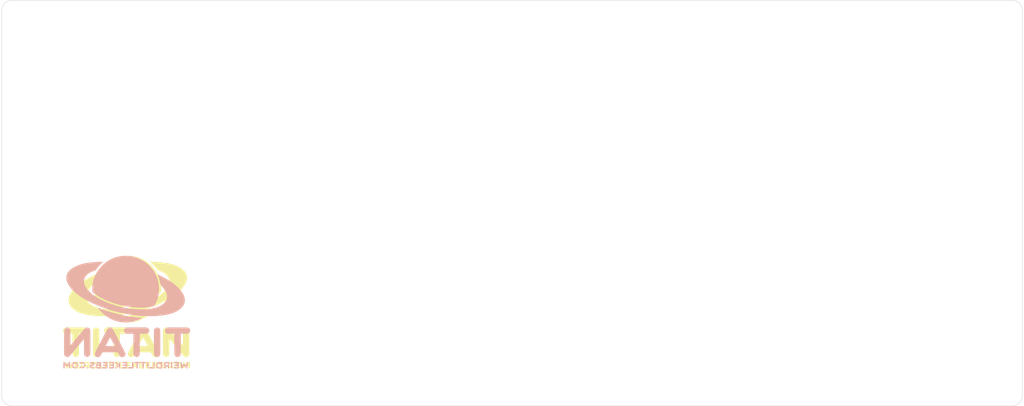
<source format=kicad_pcb>
(kicad_pcb (version 20211014) (generator pcbnew)
  (layers (0 "F.Cu" signal) (31 "B.Cu" signal) (34 "B.Paste" user) (35 "F.Paste" user) (36 "B.SilkS" user "B.Silkscreen") (37 "F.SilkS" user "F.Silkscreen") (38 "B.Mask" user) (39 "F.Mask" user) (44 "Edge.Cuts" user))
  (net 0 "")
  (footprint "MountingHole:MountingHole_2.7mm_M2.5" (layer "F.Cu") (at 151.8412 85.725)
    (fp_text reference "H8")
    (fp_text value "MountingHole")
    (pad "" np_thru_hole circle (at 0 0) (size 2.7 2.7) (drill 2.7) (layers F&B.Cu *.Mask))
  )
  (footprint "MountingHole:MountingHole_2.7mm_M2.5" (layer "F.Cu") (at 271.4625 45.24375)
    (fp_text reference "H5")
    (fp_text value "MountingHole")
    (pad "" np_thru_hole circle (at 0 0) (size 2.7 2.7) (drill 2.7) (layers F&B.Cu *.Mask))
  )
  (footprint "MountingHole:MountingHole_2.7mm_M2.5" (layer "F.Cu") (at 271.4625 88.10625)
    (fp_text reference "H13")
    (fp_text value "MountingHole")
    (pad "" np_thru_hole circle (at 0 0) (size 2.7 2.7) (drill 2.7) (layers F&B.Cu *.Mask))
  )
  (footprint "MountingHole:MountingHole_2.7mm_M2.5" (layer "F.Cu") (at 159.54375 128.5875)
    (fp_text reference "H1")
    (fp_text value "MountingHole")
    (pad "" np_thru_hole circle (at 0 0) (size 2.7 2.7) (drill 2.7) (layers F&B.Cu *.Mask))
  )
  (footprint "MountingHole:MountingHole_2.7mm_M2.5" (layer "F.Cu") (at 64.29375 45.24375)
    (fp_text reference "H4")
    (fp_text value "MountingHole")
    (pad "" np_thru_hole circle (at 0 0) (size 2.7 2.7) (drill 2.7) (layers F&B.Cu *.Mask))
  )
  (footprint "MountingHole:MountingHole_2.7mm_M2.5" (layer "F.Cu") (at 271.4625 128.5875)
    (fp_text reference "H14")
    (fp_text value "MountingHole")
    (pad "" np_thru_hole circle (at 0 0) (size 2.7 2.7) (drill 2.7) (layers F&B.Cu *.Mask))
  )
  (footprint "FOOTPRINTS:LOGO M" (layer "F.Cu") (at 71.4375 111.91875)
    (fp_text reference "G***")
    (fp_text value "LOGO" hide)
  )
  (footprint "MountingHole:MountingHole_2.7mm_M2.5" (layer "F.Cu") (at 47.625 59.53125)
    (fp_text reference "H7")
    (fp_text value "MountingHole")
    (pad "" np_thru_hole circle (at 0 0) (size 2.7 2.7) (drill 2.7) (layers F&B.Cu *.Mask))
  )
  (footprint "MountingHole:MountingHole_2.7mm_M2.5" (layer "F.Cu") (at 159.54375 45.24375)
    (fp_text reference "H15")
    (fp_text value "MountingHole")
    (pad "" np_thru_hole circle (at 0 0) (size 2.7 2.7) (drill 2.7) (layers F&B.Cu *.Mask))
  )
  (footprint "MountingHole:MountingHole_2.7mm_M2.5" (layer "F.Cu") (at 47.625 128.5875)
    (fp_text reference "H16")
    (fp_text value "MountingHole")
    (pad "" np_thru_hole circle (at 0 0) (size 2.7 2.7) (drill 2.7) (layers F&B.Cu *.Mask))
  )
  (footprint "FOOTPRINTS:LOGO M" (layer "B.Cu") (at 71.4375 111.91875 180)
    (fp_text reference "G***")
    (fp_text value "LOGO" hide)
  )
  (gr_arc (start 273.84375 40.48125) (mid 275.527548 41.178702) (end 276.225 42.8625) (layer "Edge.Cuts") (width 0.1))
  (gr_line (start 273.84375 133.35) (end 45.24375 133.35) (layer "Edge.Cuts") (width 0.1))
  (gr_line (start 42.8625 130.96875) (end 42.8625 42.8625) (layer "Edge.Cuts") (width 0.1))
  (gr_line (start 45.24375 40.48125) (end 273.84375 40.48125) (layer "Edge.Cuts") (width 0.1))
  (gr_line (start 276.225 42.8625) (end 276.225 130.96875) (layer "Edge.Cuts") (width 0.1))
  (gr_arc (start 45.24375 133.35) (mid 43.559952 132.652548) (end 42.8625 130.96875) (layer "Edge.Cuts") (width 0.1))
  (gr_arc (start 42.8625 42.8625) (mid 43.559952 41.178702) (end 45.24375 40.48125) (layer "Edge.Cuts") (width 0.1))
  (gr_arc (start 276.225 130.96875) (mid 275.527548 132.652548) (end 273.84375 133.35) (layer "Edge.Cuts") (width 0.1))
)
</source>
